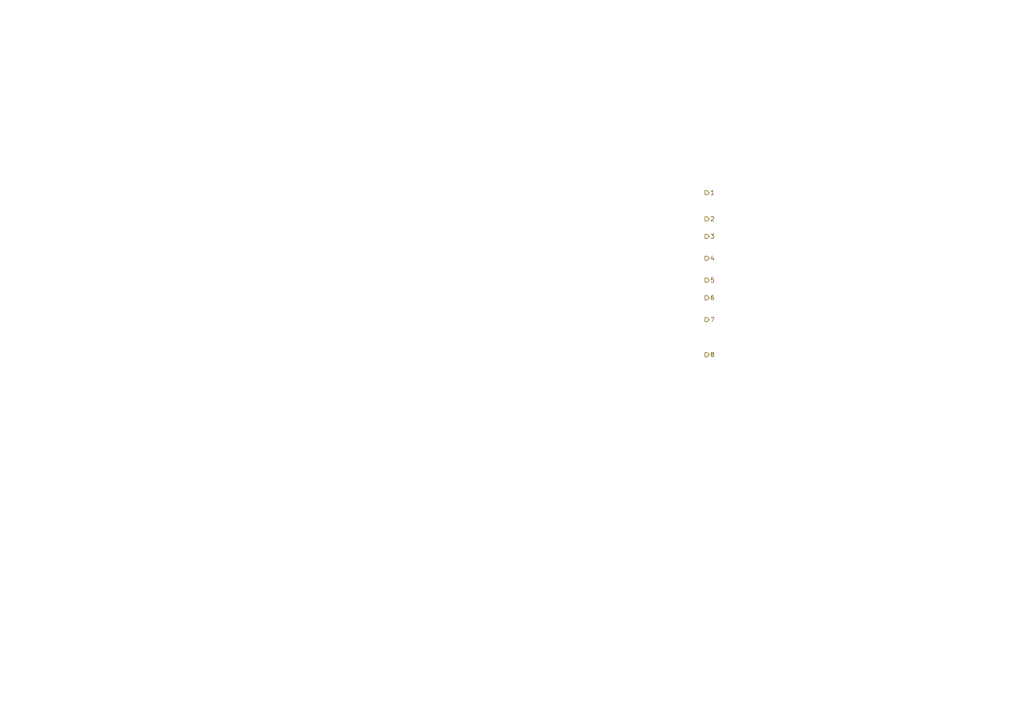
<source format=kicad_sch>
(kicad_sch (version 20250114) (generator "eeschema") (generator_version "9.0")
  (paper "A4")
  (lib_symbols)
  (image (at 398.78 106.68))
  (hierarchical_label "6" (shape output) (at 204.47 86.36 0))
  (hierarchical_label "1" (shape output) (at 204.47 55.88 0))
  (hierarchical_label "2" (shape output) (at 204.47 63.5 0))
  (hierarchical_label "4" (shape output) (at 204.47 74.93 0))
  (hierarchical_label "8" (shape output) (at 204.47 102.87 0))
  (hierarchical_label "3" (shape output) (at 204.47 68.58 0))
  (hierarchical_label "5" (shape output) (at 204.47 81.28 0))
  (hierarchical_label "7" (shape output) (at 204.47 92.71 0))
)
</source>
